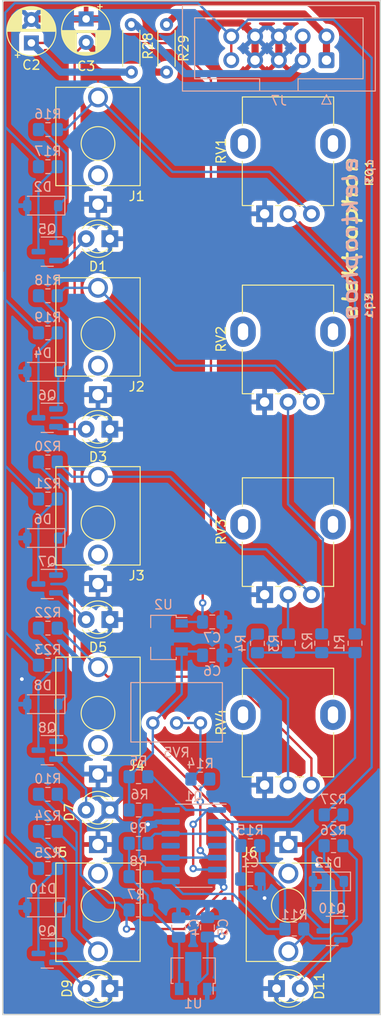
<source format=kicad_pcb>
(kicad_pcb (version 20221018) (generator pcbnew)
  (title_block (title "cp3") (date "1") (comment 1 "PCB for panel") (comment 2 "Moog like discrete mixer") (comment 4 "License CC BY 4.0 - Attribution 4.0 International"))
  (layers (0 "F.Cu" signal) (31 "B.Cu" signal) (34 "B.Paste" user) (35 "F.Paste" user) (36 "B.SilkS" user "B.Silkscreen") (37 "F.SilkS" user "F.Silkscreen") (38 "B.Mask" user) (39 "F.Mask" user) (44 "Edge.Cuts" user))
  (net 0 "")
  (net 1 "Net-(Q1A-B)")
  (net 2 "GND")
  (net 3 "+15V")
  (net 4 "-15V")
  (net 5 "-6V")
  (net 6 "+12V")
  (net 7 "Net-(D1-A)")
  (net 8 "Net-(D2-K)")
  (net 9 "Net-(D3-A)")
  (net 10 "Net-(D4-K)")
  (net 11 "Net-(D5-A)")
  (net 12 "Net-(D6-K)")
  (net 13 "Net-(D7-A)")
  (net 14 "Net-(D8-K)")
  (net 15 "Net-(D9-A)")
  (net 16 "Net-(D10-K)")
  (net 17 "Net-(D11-A)")
  (net 18 "Net-(D12-K)")
  (net 19 "/IN_a")
  (net 21 "/IN_b")
  (net 23 "/IN_c")
  (net 25 "/IN_d")
  (net 27 "/OUT_A")
  (net 29 "/OUT_B")
  (net 31 "/VN")
  (net 32 "/VP")
  (net 33 "+5V")
  (net 34 "Net-(Q1A-C)")
  (net 35 "Net-(Q1A-E)")
  (net 37 "Net-(Q1C-C)")
  (net 38 "Net-(Q1C-E)")
  (net 39 "Net-(Q1D-E)")
  (net 40 "Net-(Q1B-C)")
  (net 42 "Net-(Q5-C)")
  (net 43 "Net-(Q6-C)")
  (net 44 "Net-(Q7-C)")
  (net 45 "Net-(Q8-C)")
  (net 46 "Net-(Q9-C)")
  (net 47 "Net-(Q10-C)")
  (net 48 "/IN_1")
  (net 49 "/IN_2")
  (net 50 "/IN_3")
  (net 51 "/IN_4")
  (net 52 "Net-(R14-Pad2)")
  (footprint "LED_THT:LED_D3.0mm" (layer "F.Cu") (at 62.23 116.84 180)
    (fp_text reference "D5")
    (fp_text value "LED (Green)")
  )
  (footprint "Resistor_THT:R_Axial_DIN0204_L3.6mm_D1.6mm_P5.08mm_Horizontal" (layer "F.Cu") (at 64.516 53.34 -90)
    (fp_text reference "R28")
    (fp_text value "10")
  )
  (footprint "Resistor_THT:R_Axial_DIN0204_L3.6mm_D1.6mm_P5.08mm_Horizontal" (layer "F.Cu") (at 68.27 58.42 90)
    (fp_text reference "R29")
    (fp_text value "10")
  )
  (footprint "elektrophon:Potentiometer_Alpha_RD901F-40-00D_Single_Vertical" (layer "F.Cu") (at 81.28 86.12 90)
    (fp_text reference "RV2")
    (fp_text value "50k (A)")
  )
  (footprint "elektrophon:elektrophon logo" (layer "F.Cu") (at 88.9 76.2 90)
    (fp_text reference "REF**" hide)
    (fp_text value "elektrophon logo" hide)
  )
  (footprint "Capacitor_THT:CP_Radial_D5.0mm_P2.50mm" (layer "F.Cu") (at 59.69 52.745 -90)
    (fp_text reference "C3")
    (fp_text value "10u")
  )
  (footprint "Capacitor_THT:CP_Radial_D5.0mm_P2.50mm" (layer "F.Cu") (at 53.848 55.307113 90)
    (fp_text reference "C2")
    (fp_text value "10u")
  )
  (footprint "elektrophon:Jack_3.5mm_WQP-PJ398SM_Vertical" (layer "F.Cu") (at 60.96 106.52 180)
    (fp_text reference "J3")
    (fp_text value "PJ398SM")
  )
  (footprint "elektrophon:Jack_3.5mm_WQP-PJ398SM_Vertical" (layer "F.Cu") (at 60.96 86.36 180)
    (fp_text reference "J2")
    (fp_text value "PJ398SM")
  )
  (footprint "elektrophon:Jack_3.5mm_WQP-PJ398SM_Vertical" (layer "F.Cu") (at 60.96 147.32)
    (fp_text reference "J5")
    (fp_text value "PJ398SM")
  )
  (footprint "LED_THT:LED_D3.0mm" (layer "F.Cu") (at 62.23 156.21 180)
    (fp_text reference "D9")
    (fp_text value "LED (Red)")
  )
  (footprint "LED_THT:LED_D3.0mm" (layer "F.Cu") (at 62.23 76.2 180)
    (fp_text reference "D1")
    (fp_text value "LED (Green)")
  )
  (footprint "elektrophon:Jack_3.5mm_WQP-PJ398SM_Vertical" (layer "F.Cu") (at 60.96 66.04 180)
    (fp_text reference "J1")
    (fp_text value "PJ398SM")
  )
  (footprint "LED_THT:LED_D3.0mm" (layer "F.Cu") (at 80.01 156.21)
    (fp_text reference "D11")
    (fp_text value "LED (Red)")
  )
  (footprint "elektrophon:Potentiometer_Alpha_RD901F-40-00D_Single_Vertical" (layer "F.Cu") (at 81.28 66.04 90)
    (fp_text reference "RV1")
    (fp_text value "50k (A)")
  )
  (footprint "elektrophon:Potentiometer_Alpha_RD901F-40-00D_Single_Vertical" (layer "F.Cu") (at 81.28 106.68 90)
    (fp_text reference "RV3")
    (fp_text value "50k (A)")
  )
  (footprint "elektrophon:Potentiometer_Alpha_RD901F-40-00D_Single_Vertical" (layer "F.Cu") (at 81.28 127 90)
    (fp_text reference "RV4")
    (fp_text value "50k (A)")
  )
  (footprint "LED_THT:LED_D3.0mm" (layer "F.Cu") (at 62.23 137.16 180)
    (fp_text reference "D7")
    (fp_text value "LED (Green)")
  )
  (footprint "elektrophon:Jack_3.5mm_WQP-PJ398SM_Vertical" (layer "F.Cu") (at 60.96 126.84 180)
    (fp_text reference "J4")
    (fp_text value "PJ398SM")
  )
  (footprint "LED_THT:LED_D3.0mm" (layer "F.Cu") (at 62.23 96.52 180)
    (fp_text reference "D3")
    (fp_text value "LED (Green)")
  )
  (footprint "elektrophon:Jack_3.5mm_WQP-PJ398SM_Vertical" (layer "F.Cu") (at 81.28 147.32)
    (fp_text reference "J6")
    (fp_text value "PJ398SM")
  )
  (footprint "Potentiometer_THT:Potentiometer_Bourns_3299W_Vertical" (layer "B.Cu") (at 71.892 127.871)
    (fp_text reference "RV5")
    (fp_text value "100")
  )
  (footprint "Resistor_SMD:R_0805_2012Metric_Pad1.20x1.40mm_HandSolder" (layer "B.Cu") (at 86.106 137.672 180)
    (fp_text reference "R27")
    (fp_text value "5.1k")
  )
  (footprint "Resistor_SMD:R_0805_2012Metric_Pad1.20x1.40mm_HandSolder" (layer "B.Cu") (at 55.61 103.97635 180)
    (fp_text reference "R21")
    (fp_text value "5.1k")
  )
  (footprint "Package_TO_SOT_SMD:SOT-23" (layer "B.Cu") (at 55.54 113.04265 180)
    (fp_text reference "Q7")
    (fp_text value "MMBT3904")
  )
  (footprint "Capacitor_SMD:C_0805_2012Metric_Pad1.18x1.45mm_HandSolder" (layer "B.Cu") (at 77.216 144.526)
    (fp_text reference "C1")
    (fp_text value "3.3n")
  )
  (footprint "Resistor_SMD:R_0805_2012Metric_Pad1.20x1.40mm_HandSolder" (layer "B.Cu") (at 55.61 68.51115 180)
    (fp_text reference "R17")
    (fp_text value "5.1k")
  )
  (footprint "Diode_SMD:D_SOD-123" (layer "B.Cu") (at 85.55 144.78 180)
    (fp_text reference "D12")
    (fp_text value "1N4148W")
  )
  (footprint "Package_TO_SOT_SMD:SOT-23" (layer "B.Cu") (at 85.955 150.06 180)
    (fp_text reference "Q10")
    (fp_text value "MMBT3904")
  )
  (footprint "Package_TO_SOT_SMD:SOT-23" (layer "B.Cu") (at 55.54 77.57745 180)
    (fp_text reference "Q5")
    (fp_text value "MMBT3904")
  )
  (footprint "Resistor_SMD:R_0805_2012Metric_Pad1.20x1.40mm_HandSolder" (layer "B.Cu") (at 65.278 144.272 180)
    (fp_text reference "R8")
    (fp_text value "560")
  )
  (footprint "Resistor_SMD:R_0805_2012Metric_Pad1.20x1.40mm_HandSolder" (layer "B.Cu") (at 65.278 147.828)
    (fp_text reference "R7")
    (fp_text value "560")
  )
  (footprint "Resistor_SMD:R_0805_2012Metric_Pad1.20x1.40mm_HandSolder" (layer "B.Cu") (at 55.61 86.24375 180)
    (fp_text reference "R19")
    (fp_text value "5.1k")
  )
  (footprint "Resistor_SMD:R_0805_2012Metric_Pad1.20x1.40mm_HandSolder" (layer "B.Cu") (at 55.61 135.4834 180)
    (fp_text reference "R10")
    (fp_text value "100")
  )
  (footprint "Diode_SMD:D_SOD-123" (layer "B.Cu") (at 55.065 72.6693 180)
    (fp_text reference "D2")
    (fp_text value "1N4148W")
  )
  (footprint "Capacitor_SMD:C_0805_2012Metric_Pad1.18x1.45mm_HandSolder" (layer "B.Cu") (at 72.644 149.678 90)
    (fp_text reference "C5")
    (fp_text value "1.0u")
  )
  (footprint "Resistor_SMD:R_0805_2012Metric_Pad1.20x1.40mm_HandSolder" (layer "B.Cu") (at 55.61 82.2856 180)
    (fp_text reference "R18")
    (fp_text value "100k")
  )
  (footprint "Resistor_SMD:R_0805_2012Metric_Pad1.20x1.40mm_HandSolder" (layer "B.Cu") (at 55.61 64.553 180)
    (fp_text reference "R16")
    (fp_text value "100k")
  )
  (footprint "Resistor_SMD:R_0805_2012Metric_Pad1.20x1.40mm_HandSolder" (layer "B.Cu") (at 55.61 139.44155 180)
    (fp_text reference "R24")
    (fp_text value "100k")
  )
  (footprint "Package_SO:SOIC-14_3.9x8.7mm_P1.27mm" (layer "B.Cu") (at 71.185 140.97 180)
    (fp_text reference "Q1")
    (fp_text value "THAT340")
  )
  (footprint "Package_TO_SOT_SMD:SOT-23" (layer "B.Cu") (at 55.54 95.31005 180)
    (fp_text reference "Q6")
    (fp_text value "MMBT3904")
  )
  (footprint "Connector_IDC:IDC-Header_2x05_P2.54mm_Vertical" (layer "B.Cu") (at 85.344 57.15 90)
    (fp_text reference "J7")
    (fp_text value "IDC_Header")
  )
  (footprint "Resistor_SMD:R_0805_2012Metric_Pad1.20x1.40mm_HandSolder" (layer "B.Cu") (at 86.095 140.97 180)
    (fp_text reference "R26")
    (fp_text value "100k")
  )
  (footprint "Resistor_SMD:R_0805_2012Metric_Pad1.20x1.40mm_HandSolder" (layer "B.Cu") (at 88.392 119.364 -90)
    (fp_text reference "R1")
    (fp_text value "22k")
  )
  (footprint "Package_TO_SOT_SMD:SOT-23" (layer "B.Cu") (at 55.54 152.466 180)
    (fp_text reference "Q9")
    (fp_text value "MMBT3904")
  )
  (footprint "Resistor_SMD:R_0805_2012Metric_Pad1.20x1.40mm_HandSolder" (layer "B.Cu") (at 77.216 140.97 180)
    (fp_text reference "R15")
    (fp_text value "47k")
  )
  (footprint "Resistor_SMD:R_0805_2012Metric_Pad1.20x1.40mm_HandSolder" (layer "B.Cu") (at 65.278 140.716 180)
    (fp_text reference "R9")
    (fp_text value "6.8k")
  )
  (footprint "Resistor_SMD:R_0805_2012Metric_Pad1.20x1.40mm_HandSolder" (layer "B.Cu") (at 84.836 119.364 90)
    (fp_text reference "R2")
    (fp_text value "22k")
  )
  (footprint "Package_TO_SOT_SMD:SOT-23" (layer "B.Cu") (at 55.54 130.77525 180)
    (fp_text reference "Q8")
    (fp_text value "MMBT3904")
  )
  (footprint "Capacitor_SMD:C_0805_2012Metric_Pad1.18x1.45mm_HandSolder" (layer "B.Cu") (at 73.152 120.65)
    (fp_text reference "C6")
    (fp_text value "0.33u")
  )
  (footprint "Resistor_SMD:R_0805_2012Metric_Pad1.20x1.40mm_HandSolder" (layer "B.Cu") (at 65.278 133.604 180)
    (fp_text reference "R5")
    (fp_text value "15k")
  )
  (footprint "Resistor_SMD:R_0805_2012Metric_Pad1.20x1.40mm_HandSolder" (layer "B.Cu") (at 55.61 117.7508 180)
    (fp_text reference "R22")
    (fp_text value "100k")
  )
  (footprint "Resistor_SMD:R_0805_2012Metric_Pad1.20x1.40mm_HandSolder" (layer "B.Cu") (at 81.915 149.86)
    (fp_text reference "R11")
    (fp_text value "100")
  )
  (footprint "Resistor_SMD:R_0805_2012Metric_Pad1.20x1.40mm_HandSolder" (layer "B.Cu") (at 55.61 100.0182 180)
    (fp_text reference "R20")
    (fp_text value "100k")
  )
  (footprint "Resistor_SMD:R_0805_2012Metric_Pad1.20x1.40mm_HandSolder" (layer "B.Cu") (at 77.978 119.38 90)
    (fp_text reference "R4")
    (fp_text value "22k")
  )
  (footprint "Package_TO_SOT_SMD:SOT-89-3" (layer "B.Cu") (at 67.945 118.745 180)
    (fp_text reference "U2")
    (fp_text value "uA7812")
  )
  (footprint "Package_TO_SOT_SMD:SOT-89-3" (layer "B.Cu") (at 71.12 154.305 90)
    (fp_text reference "U1")
    (fp_text value "NJM79L06")
  )
  (footprint "Resistor_SMD:R_0805_2012Metric_Pad1.20x1.40mm_HandSolder" (layer "B.Cu") (at 55.61 143.3997 180)
    (fp_text reference "R25")
    (fp_text value "5.1k")
  )
  (footprint "Capacitor_SMD:C_0805_2012Metric_Pad1.18x1.45mm_HandSolder" (layer "B.Cu") (at 73.152 117.094)
    (fp_text reference "C7")
    (fp_text value "0.01")
  )
  (footprint "Resistor_SMD:R_0805_2012Metric_Pad1.20x1.40mm_HandSolder" (layer "B.Cu") (at 65.278 137.16)
    (fp_text reference "R6")
    (fp_text value "15k")
  )
  (footprint "Diode_SMD:D_SOD-123" (layer "B.Cu") (at 55.065 90.4019 180)
    (fp_text reference "D4")
    (fp_text value "1N4148W")
  )
  (footprint "Resistor_SMD:R_0805_2012Metric_Pad1.20x1.40mm_HandSolder" (layer "B.Cu") (at 55.61 121.70895 180)
    (fp_text reference "R23")
    (fp_text value "5.1k")
  )
  (footprint "Resistor_SMD:R_0805_2012Metric_Pad1.20x1.40mm_HandSolder" (layer "B.Cu") (at 81.28 119.364 90)
    (fp_text reference "R3")
    (fp_text value "22k")
  )
  (footprint "Resistor_SMD:R_0805_2012Metric_Pad1.20x1.40mm_HandSolder" (layer "B.Cu") (at 71.882 133.858 180)
    (fp_text reference "R14")
    (fp_text value "200")
  )
  (footprint "Diode_SMD:D_SOD-123" (layer "B.Cu") (at 55.065 147.55785 180)
    (fp_text reference "D10")
    (fp_text value "1N4148W")
  )
  (footprint "Diode_SMD:D_SOD-123" (layer "B.Cu") (at 55.065 108.1345 180)
    (fp_text reference "D6")
    (fp_text value "1N4148W")
  )
  (footprint "Capacitor_SMD:C_0805_2012Metric_Pad1.18x1.45mm_HandSolder" (layer "B.Cu") (at 69.562 149.6995 90)
    (fp_text reference "C4")
    (fp_text value "0.33u")
  )
  (footprint "Diode_SMD:D_SOD-123" (layer "B.Cu") (at 55.065 125.8671 180)
    (fp_text reference "D8")
    (fp_text value "1N4148W")
  )
  (gr_line (start 50.8 50.8) (end 50.8 158.98) (stroke (width 0.15)) (layer "Edge.Cuts"))
  (gr_line (start 91.1 158.98) (end 50.8 158.98) (stroke (width 0.15)) (layer "Edge.Cuts"))
  (gr_line (start 50.8 50.8) (end 91.1 50.8) (stroke (width 0.15)) (layer "Edge.Cuts"))
  (gr_line (start 91.1 50.8) (end 91.1 158.98) (stroke (width 0.15)) (layer "Edge.Cuts"))
  (segment (start 81.542412 138.43) (end 73.66 138.43) (width 0.25) (layer "B.Cu") (net 1))
  (segment (start 76.216 140.609249) (end 74.036751 138.43) (width 0.25) (layer "B.Cu") (net 1))
  (segment (start 76.1785 144.526) (end 76.1785 141.0075) (width 0.25) (layer "B.Cu") (net 1))
  (segment (start 88.392 120.364) (end 77.994 120.364) (width 0.25) (layer "B.Cu") (net 1))
  (segment (start 88.392 131.580412) (end 81.542412 138.43) (width 0.25) (layer "B.Cu") (net 1))
  (segment (start 76.1785 141.0075) (end 76.216 140.97) (width 0.25) (layer "B.Cu") (net 1))
  (segment (start 88.392 120.364) (end 88.392 131.580412) (width 0.25) (layer "B.Cu") (net 1))
  (segment (start 74.036751 138.43) (end 73.66 138.43) (width 0.25) (layer "B.Cu") (net 1))
  (segment (start 76.216 140.97) (end 76.216 140.609249) (width 0.25) (layer "B.Cu") (net 1))
  (segment (start 77.994 120.364) (end 77.978 120.38) (width 0.25) (layer "B.Cu") (net 1))
  (segment (start 61.252 52.745) (end 59.69 52.745) (width 0.762) (layer "F.Cu") (net 2))
  (segment (start 77.724 54.61) (end 76.293 53.179) (width 0.762) (layer "F.Cu") (net 2))
  (segment (start 59.69 52.745) (end 53.910113 52.745) (width 0.762) (layer "F.Cu") (net 2))
  (segment (start 63.128 54.621) (end 61.252 52.745) (width 0.762) (layer "F.Cu") (net 2))
  (segment (start 68.823 54.621) (end 63.128 54.621) (width 0.762) (layer "F.Cu") (net 2))
  (segment (start 80.264 54.61) (end 80.264 57.15) (width 0.762) (layer "F.Cu") (net 2))
  (segment (start 70.265 53.179) (end 68.823 54.621) (width 0.762) (layer "F.Cu") (net 2))
  (segment (start 53.910113 52.745) (end 53.848 52.807113) (width 0.762) (layer "F.Cu") (net 2))
  (segment (start 76.293 53.179) (end 70.265 53.179) (width 0.762) (layer "F.Cu") (net 2))
  (segment (start 77.724 54.61) (end 77.724 57.15) (width 0.762) (layer "F.Cu") (net 2))
  (via (at 84.328 143.002) (size 0.8) (drill 0.4) (layers "F.Cu" "B.Cu") (net 2))
  (via (at 66.294 138.684) (size 0.8) (drill 0.4) (layers "F.Cu" "B.Cu") (net 2))
  (via (at 52.832 123.19) (size 0.8) (drill 0.4) (layers "F.Cu" "B.Cu") (net 2))
  (via (at 78.74 146.558) (size 0.8) (drill 0.4) (layers "F.Cu" "B.Cu") (net 2))
  (segment (start 83.9 144.78) (end 83.9 143.43) (width 0.25) (layer "B.Cu") (net 2))
  (segment (start 69.562 148.662) (end 69.696 148.662) (width 0.25) (layer "B.Cu") (net 2))
  (segment (start 68.71 138.43) (end 66.548 138.43) (width 0.25) (layer "B.Cu") (net 2))
  (segment (start 78.74 146.558) (end 78.74 145.0125) (width 0.25) (layer "B.Cu") (net 2))
  (segment (start 66.548 138.43) (end 66.294 138.684) (width 0.25) (layer "B.Cu") (net 2))
  (segment (start 78.74 145.0125) (end 78.2535 144.526) (width 0.25) (layer "B.Cu") (net 2))
  (segment (start 83.9 143.43) (end 84.328 143.002) (width 0.25) (layer "B.Cu") (net 2))
  (segment (start 60.216 54.12) (end 58.529 54.12) (width 0.25) (layer "F.Cu") (net 3))
  (segment (start 72.136 113.909) (end 73.015 113.03) (width 0.25) (layer "F.Cu") (net 3))
  (segment (start 57.341887 55.307113) (end 53.848 55.307113) (width 0.25) (layer "F.Cu") (net 3))
  (segment (start 61.423 55.327) (end 60.216 54.12) (width 0.25) (layer "F.Cu") (net 3))
  (segment (start 72.136 115.062) (end 72.136 113.909) (width 0.25) (layer "F.Cu") (net 3))
  (segment (start 69.115434 55.327) (end 61.423 55.327) (width 0.25) (layer "F.Cu") (net 3))
  (segment (start 58.529 54.12) (end 57.341887 55.307113) (width 0.25) (layer "F.Cu") (net 3))
  (segment (start 73.015 59.226566) (end 69.115434 55.327) (width 0.25) (layer "F.Cu") (net 3))
  (segment (start 73.015 113.03) (end 73.015 59.226566) (width 0.25) (layer "F.Cu") (net 3))
  (via (at 72.136 115.062) (size 0.8) (drill 0.4) (layers "F.Cu" "B.Cu") (net 3))
  (segment (start 72.1145 117.094) (end 70.046 117.094) (width 0.25) (layer "B.Cu") (net 3))
  (segment (start 70.046 117.094) (end 69.895 117.245) (width 0.25) (layer "B.Cu") (net 3))
  (segment (start 72.1145 117.094) (end 72.1145 115.0835) (width 0.25) (layer "B.Cu") (net 3))
  (segment (start 72.1145 115.0835) (end 72.136 115.062) (width 0.25) (layer "B.Cu") (net 3))
  (segment (start 56.960887 58.42) (end 53.848 55.307113) (width 0.762) (layer "B.Cu") (net 3))
  (segment (start 64.516 58.42) (end 56.960887 58.42) (width 0.762) (layer "B.Cu") (net 3))
  (segment (start 61.584 57.139) (end 59.69 55.245) (width 0.762) (layer "F.Cu") (net 4))
  (segment (start 75.311 138.675402) (end 75.311 149.479) (width 0.25) (layer "F.Cu") (net 4))
  (segment (start 58.465 56.47) (end 58.465 121.829402) (width 0.25) (layer "F.Cu") (net 4))
  (segment (start 67.067 58.42) (end 65.786 57.139) (width 0.762) (layer "F.Cu") (net 4))
  (segment (start 68.27 58.42) (end 67.067 58.42) (width 0.762) (layer "F.Cu") (net 4))
  (segment (start 75.311 149.479) (end 74.168 150.622) (width 0.25) (layer "F.Cu") (net 4))
  (segment (start 65.786 57.139) (end 61.584 57.139) (width 0.762) (layer "F.Cu") (net 4))
  (segment (start 59.69 55.245) (end 58.465 56.47) (width 0.25) (layer "F.Cu") (net 4))
  (segment (start 58.465 121.829402) (end 75.311 138.675402) (width 0.25) (layer "F.Cu") (net 4))
  (via (at 74.168 150.622) (size 0.8) (drill 0.4) (layers "F.Cu" "B.Cu") (net 4))
  (segment (start 72.644 154.6435) (end 71.12 156.1675) (width 0.25) (layer "B.Cu") (net 4))
  (segment (start 72.7375 150.622) (end 74.168 150.622) (width 0.25) (layer "B.Cu") (net 4))
  (segment (start 72.644 150.7155) (end 72.7375 150.622) (width 0.25) (layer "B.Cu") (net 4))
  (segment (start 72.644 150.7155) (end 72.644 154.6435) (width 0.25) (layer "B.Cu") (net 4))
  (segment (start 64.278 140.716) (end 64.278 144.272) (width 0.25) (layer "B.Cu") (net 5))
  (segment (start 66.653 147.828) (end 69.562 150.737) (width 0.25) (layer "B.Cu") (net 5))
  (segment (start 64.278 144.272) (end 66.278 146.272) (width 0.25) (layer "B.Cu") (net 5))
  (segment (start 66.278 147.828) (end 66.653 147.828) (width 0.25) (layer "B.Cu") (net 5))
  (segment (start 69.62 150.795) (end 69.562 150.737) (width 0.25) (layer "B.Cu") (net 5))
  (segment (start 69.62 156.255) (end 69.62 150.795) (width 0.25) (layer "B.Cu") (net 5))
  (segment (start 66.278 146.272) (end 66.278 147.828) (width 0.25) (layer "B.Cu") (net 5))
  (segment (start 69.895 124.788) (end 69.895 120.245) (width 0.25) (layer "B.Cu") (net 6))
  (segment (start 66.812 131.07) (end 64.278 133.604) (width 0.25) (layer "B.Cu") (net 6))
  (segment (start 69.895 120.245) (end 71.7095 120.245) (width 0.25) (layer "B.Cu") (net 6))
  (segment (start 64.278 133.604) (end 64.278 137.16) (width 0.25) (layer "B.Cu") (net 6))
  (segment (start 66.812 127.871) (end 66.812 131.07) (width 0.25) (layer "B.Cu") (net 6))
  (segment (start 71.7095 120.245) (end 72.1145 120.65) (width 0.25) (layer "B.Cu") (net 6))
  (segment (start 66.812 127.871) (end 69.895 124.788) (width 0.25) (layer "B.Cu") (net 6))
  (segment (start 56.4775 78.52745) (end 57.36255 78.52745) (width 0.25) (layer "B.Cu") (net 7))
  (segment (start 57.36255 78.52745) (end 59.69 76.2) (width 0.25) (layer "B.Cu") (net 7))
  (segment (start 54.61 64.553) (end 54.996827 64.553) (width 0.25) (layer "B.Cu") (net 8))
  (segment (start 57.535 67.091173) (end 57.535 67.818) (width 0.25) (layer "B.Cu") (net 8))
  (segment (start 54.996827 64.553) (end 57.535 67.091173) (width 0.25) (layer "B.Cu") (net 8))
  (segment (start 57.535 69.596) (end 57.535 70.16) (width 0.25) (layer "B.Cu") (net 8))
  (segment (start 57.535 67.818) (end 57.535 71.8493) (width 0.25) (layer "B.Cu") (net 8))
  (segment (start 56.4775 76.62745) (end 56.4775 72.9068) (width 0.25) (layer "B.Cu") (net 8))
  (segment (start 57.535 67.818) (end 57.535 69.596) (width 0.25) (layer "B.Cu") (net 8))
  (segment (start 57.535 71.8493) (end 56.715 72.6693) (width 0.25) (layer "B.Cu") (net 8))
  (segment (start 56.4775 72.9068) (end 56.715 72.6693) (width 0.25) (layer "B.Cu") (net 8))
  (segment (start 56.73745 96.52) (end 59.69 96.52) (width 0.25) (layer "B.Cu") (net 9))
  (segment (start 56.4775 96.26005) (end 56.73745 96.52) (width 0.25) (layer "B.Cu") (net 9))
  (segment (start 54.61 82.2856) (end 57.535 85.2106) (width 0.25) (layer "B.Cu") (net 10))
  (segment (start 56.4775 94.36005) (end 56.715 94.12255) (width 0.25) (layer "B.Cu") (net 10))
  (segment (start 57.535 85.2106) (end 57.535 89.5819) (width 0.25) (layer "B.Cu") (net 10))
  (segment (start 57.535 89.5819) (end 56.715 90.4019) (width 0.25) (layer "B.Cu") (net 10))
  (segment (start 56.715 94.12255) (end 56.715 90.4019) (width 0.25) (layer "B.Cu") (net 10))
  (segment (start 56.84265 113.99265) (end 59.69 116.84) (width 0.25) (layer "B.Cu") (net 11))
  (segment (start 56.4775 113.99265) (end 56.84265 113.99265) (width 0.25) (layer "B.Cu") (net 11))
  (segment (start 56.4775 108.372) (end 56.715 108.1345) (width 0.25) (layer "B.Cu") (net 12))
  (segment (start 56.4775 112.09265) (end 56.4775 108.372) (width 0.25) (layer "B.Cu") (net 12))
  (segment (start 54.61 100.0182) (end 54.61 100.33) (width 0.25) (layer "B.Cu") (net 12))
  (segment (start 57.535 103.255) (end 57.535 107.3145) (width 0.25) (layer "B.Cu") (net 12))
  (segment (start 54.61 100.33) (end 57.535 103.255) (width 0.25) (layer "B.Cu") (net 12))
  (segment (start 57.535 107.3145) (end 56.715 108.1345) (width 0.25) (layer "B.Cu") (net 12))
  (segment (start 59.69 134.93775) (end 59.69 137.16) (width 0.25) (layer "B.Cu") (net 13))
  (segment (start 56.4775 131.72525) (end 59.69 134.93775) (width 0.25) (layer "B.Cu") (net 13))
  (segment (start 54.61 118.095777) (end 57.535 121.020777) (width 0.25) (layer "B.Cu") (net 14))
  (segment (start 54.61 117.7508) (end 54.61 118.095777) (width 0.25) (layer "B.Cu") (net 14))
  (segment (start 57.535 125.0471) (end 56.715 125.8671) (width 0.25) (layer "B.Cu") (net 14))
  (segment (start 57.535 121.020777) (end 57.535 125.0471) (width 0.25) (layer "B.Cu") (net 14))
  (segment (start 56.4775 129.82525) (end 56.715 129.58775) (width 0.25) (layer "B.Cu") (net 14))
  (segment (start 56.715 129.58775) (end 56.715 125.8671) (width 0.25) (layer "B.Cu") (net 14))
  (segment (start 56.896 153.416) (end 59.69 156.21) (width 0.25) (layer "B.Cu") (net 15))
  (segment (start 56.4775 153.416) (end 56.896 153.416) (width 0.25) (layer "B.Cu") (net 15))
  (segment (start 54.61 139.44155) (end 54.61 139.7) (width 0.25) (layer "B.Cu") (net 16))
  (segment (start 56.4775 147.79535) (end 56.4775 151.516) (width 0.25) (layer "B.Cu") (net 16))
  (segment (start 57.535 142.625) (end 57.535 146.73785) (width 0.25) (layer "B.Cu") (net 16))
  (segment (start 54.61 139.7) (end 57.535 142.625) (width 0.25) (layer "B.Cu") (net 16))
  (segment (start 56.715 147.55785) (end 56.4775 147.79535) (width 0.25) (layer "B.Cu") (net 16))
  (segment (start 57.535 146.73785) (end 56.715 147.55785) (width 0.25) (layer "B.Cu") (net 16))
  (segment (start 82.55 155.3525) (end 86.8925 151.01) (width 0.25) (layer "B.Cu") (net 17))
  (segment (start 82.55 156.21) (end 82.55 155.3525) (width 0.25) (layer "B.Cu") (net 17))
  (segment (start 87.2 148.8025) (end 87.2 144.78) (width 0.25) (layer "B.Cu") (net 18))
  (segment (start 86.8925 149.11) (end 87.2 148.8025) (width 0.25) (layer "B.Cu") (net 18))
  (segment (start 85.095 142.675) (end 87.2 144.78) (width 0.25) (layer "B.Cu") (net 18))
  (segment (start 85.095 140.97) (end 85.095 142.675) (width 0.25) (layer "B.Cu") (net 18))
  (segment (start 57.527 64.553) (end 56.61 64.553) (width 0.25) (layer "B.Cu") (net 19))
  (segment (start 68.9071 69.0671) (end 60.96 61.12) (width 0.25) (layer "B.Cu") (net 19))
  (segment (start 60.96 61.12) (end 57.527 64.553) (width 0.25) (layer "B.Cu") (net 19))
  (segment (start 83.74 73.54) (end 79.2671 69.0671) (width 0.25) (layer "B.Cu") (net 19))
  (segment (start 79.2671 69.0671) (end 68.9071 69.0671) (width 0.25) (layer "B.Cu") (net 19))
  (segment (start 56.61 82.2856) (end 57.4556 81.44) (width 0.25) (layer "B.Cu") (net 21))
  (segment (start 69.268 89.748) (end 79.868 89.748) (width 0.25) (layer "B.Cu") (net 21))
  (segment (start 60.96 81.44) (end 69.268 89.748) (width 0.25) (layer "B.Cu") (net 21))
  (segment (start 57.4556 81.44) (end 60.96 81.44) (width 0.25) (layer "B.Cu") (net 21))
  (segment (start 79.868 89.748) (end 83.74 93.62) (width 0.25) (layer "B.Cu") (net 21))
  (segment (start 58.1918 101.6) (end 56.61 100.0182) (width 0.25) (layer "B.Cu") (net 23))
  (segment (start 68.66 101.6) (end 76.3925 109.3325) (width 0.25) (layer "B.Cu") (net 23))
  (segment (start 78.8925 109.3325) (end 83.74 114.18) (width 0.25) (layer "B.Cu") (net 23))
  (segment (start 60.96 101.6) (end 58.1918 101.6) (width 0.25) (layer "B.Cu") (net 23))
  (segment (start 60.96 101.6) (end 68.66 101.6) (width 0.25) (layer "B.Cu") (net 23))
  (segment (start 76.3925 109.3325) (end 78.8925 109.3325) (width 0.25) (layer "B.Cu") (net 23))
  (segment (start 61.976 122.936) (end 60.96 121.92) (width 0.25) (layer "F.Cu") (net 25))
  (segment (start 83.74 131.65705) (end 75.01895 122.936) (width 0.25) (layer "F.Cu") (net 25))
  (segment (start 83.74 134.5) (end 83.74 131.65705) (width 0.25) (layer "F.Cu") (net 25))
  (segment (start 75.01895 122.936) (end 61.976 122.936) (width 0.25) (layer "F.Cu") (net 25))
  (segment (start 60.96 121.92) (end 56.7908 117.7508) (width 0.25) (layer "B.Cu") (net 25))
  (segment (start 56.7908 117.7508) (end 56.61 117.7508) (width 0.25) (layer "B.Cu") (net 25))
  (segment (start 60.96 152.24) (end 58.674 149.954) (width 0.25) (layer "B.Cu") (net 27))
  (segment (start 56.61 139.44155) (end 58.674 141.50555) (width 0.25) (layer "B.Cu") (net 27))
  (segment (start 58.674 149.954) (end 58.674 141.50555) (width 0.25) (layer "B.Cu") (net 27))
  (segment (start 58.674 141.986) (end 58.674 139.5474) (width 0.25) (layer "B.Cu") (net 27))
  (segment (start 58.674 139.5474) (end 54.61 135.4834) (width 0.25) (layer "B.Cu") (net 27))
  (segment (start 58.674 141.986) (end 58.674 141.50555) (width 0.25) (layer "B.Cu") (net 27))
  (segment (start 82.915 150.605) (end 82.915 149.86) (width 0.25) (layer "B.Cu") (net 29))
  (segment (start 88.5717 148.840051) (end 87.043751 150.368) (width 0.25) (layer "B.Cu") (net 29))
  (segment (start 81.28 152.24) (end 82.915 150.605) (width 0.25) (layer "B.Cu") (net 29))
  (segment (start 88.5717 142.4467) (end 88.5717 148.840051) (width 0.25) (layer "B.Cu") (net 29))
  (segment (start 86.118751 150.368) (end 85.610751 150.876) (width 0.25) (layer "B.Cu") (net 29))
  (segment (start 85.610751 150.876) (end 83.931 150.876) (width 0.25) (layer "B.Cu") (net 29))
  (segment (start 87.095 140.97) (end 88.5717 142.4467) (width 0.25) (layer "B.Cu") (net 29))
  (segment (start 87.043751 150.368) (end 86.118751 150.368) (width 0.25) (layer "B.Cu") (net 29))
  (segment (start 83.931 150.876) (end 82.915 149.86) (width 0.25) (layer "B.Cu") (net 29))
  (segment (start 85.344 54.61) (end 85.344 57.15) (width 0.762) (layer "F.Cu") (net 31))
  (segment (start 69.392501 52.217499) (end 68.27 53.34) (width 0.762) (layer "F.Cu") (net 31))
  (segment (start 82.951499 52.217499) (end 69.392501 52.217499) (width 0.762) (layer "F.Cu") (net 31))
  (segment (start 85.344 54.61) (end 82.951499 52.217499) (width 0.762) (layer "F.Cu") (net 31))
  (segment (start 82.804 54.61) (end 82.804 57.15) (width 0.762) (layer "F.Cu") (net 32))
  (segment (start 82.804 57.15) (end 81.373 58.581) (width 0.762) (layer "B.Cu") (net 32))
  (segment (start 65.001608 53.34) (end 64.516 53.34) (width 0.762) (layer "B.Cu") (net 32))
  (segment (start 81.373 58.581) (end 70.242608 58.581) (width 0.762) (layer "B.Cu") (net 32))
  (segment (start 70.242608 58.581) (end 65.001608 53.34) (width 0.762) (layer "B.Cu") (net 32))
  (segment (start 75.184 54.61) (end 75.184 57.15) (width 0.25) (layer "F.Cu") (net 33))
  (segment (start 51.054 64.008) (end 51.054 79.756) (width 0.25) (layer "B.Cu") (net 33))
  (segment (start 76.962 52.832) (end 75.184 54.61) (width 0.25) (layer "B.Cu") (net 33))
  (segment (start 51 79.81) (end 51.054 79.756) (width 0.25) (layer "B.Cu") (net 33))
  (segment (start 51.054 139.8437) (end 51.054 115.57) (width 0.25) (layer "B.Cu") (net 33))
  (segment (start 51.054 61.976) (end 51.054 52.07) (width 0.25) (layer "B.Cu") (net 33))
  (segment (start 51.054 52.07) (end 52.07 51.054) (width 0.25) (layer "B.Cu") (net 33))
  (segment (start 86.106 52.832) (end 76.962 52.832) (width 0.25) (layer "B.Cu") (net 33))
  (segment (start 90.17 56.896) (end 86.106 52.832) (width 0.25) (layer "B.Cu") (net 33))
  (segment (start 51 82.63375) (end 51 79.81) (width 0.25) (layer "B.Cu") (net 33))
  (segment (start 51.054 64.262) (end 54.61 67.818) (width 0.25) (layer "B.Cu") (net 33))
  (segment (start 54.61 103.97635) (end 51.054 100.42035) (width 0.25) (layer "B.Cu") (net 33))
  (segment (start 52.07 51.054) (end 71.628 51.054) (width 0.25) (layer "B.Cu") (net 33))
  (segment (start 51.054 81.788) (end 51.054 97.79) (width 0.25) (layer "B.Cu") (net 33))
  (segment (start 51.054 139.8437) (end 54.61 143.3997) (width 0.25) (layer "B.Cu") (net 33))
  (segment (start 51.054 79.756) (end 51.054 81.788) (width 0.25) (layer "B.Cu") (net 33))
  (segment (start 51.054 61.976) (end 51.054 64.008) (width 0.25) (layer "B.Cu") (net 33))
  (segment (start 51.054 97.79) (end 51.054 115.57) (width 0.25) (layer "B.Cu") (net 33))
  (segment (start 54.61 86.24375) (end 51 82.63375) (width 0.25) (layer "B.Cu") (net 33))
  (segment (start 51.054 61.976) (end 51.054 64.262) (width 0.25) (layer "B.Cu") (net 33))
  (segment (start 51.054 115.57) (end 51.054 118.15295) (width 0.25) (layer "B.Cu") (net 33))
  (segment (start 51.054 118.15295) (end 54.61 121.70895) (width 0.25) (layer "B.Cu") (net 33))
  (segment (start 51.054 100.42035) (end 51.054 97.79) (width 0.25) (layer "B.Cu") (net 33))
  (segment (start 90.17 132.608) (end 90.17 56.896) (width 0.25) (layer "B.Cu") (net 33))
  (segment (start 85.106 137.672) (end 90.17 132.608) (width 0.25) (layer "B.Cu") (net 33))
  (segment (start 71.628 51.054) (end 75.184 54.61) (width 0.25) (layer "B.Cu") (net 33))
  (segment (start 71.12 138.684) (end 71.12 143.4105) (width 0.25) (layer "F.Cu") (net 34))
  (via (at 71.12 143.4105) (size 0.8) (drill 0.4) (layers "F.Cu" "B.Cu") (net 34))
  (via (at 71.12 138.684) (size 0.8) (drill 0.4) (layers "F.Cu" "B.Cu") (net 34))
  (segment (start 66.800751 133.604) (end 66.278 133.604) (width 0.25) (layer "B.Cu") (net 34))
  (segment (start 73.66 143.51) (end 71.2195 143.51) (width 0.25) (layer "B.Cu") (net 34))
  (segment (start 73.66 137.16) (end 72.644 137.16) (width 0.25) (layer "B.Cu") (net 34))
  (segment (start 73.66 137.16) (end 70.356751 137.16) (width 0.25) (layer "B.Cu") (net 34))
  (segment (start 71.2195 143.51) (end 71.12 143.4105) (width 0.25) (layer "B.Cu") (net 34))
  (segment (start 72.644 137.16) (end 71.12 138.684) (width 0.25) (layer "B.Cu") (net 34))
  (segment (start 70.356751 137.16) (end 66.800751 133.604) (width 0.25) (layer "B.Cu") (net 34))
  (segment (start 66.278 140.462) (end 67.04 139.7) (width 0.25) (layer "B.Cu") (net 35))
  (segment (start 67.04 139.7) (end 68.71 139.7) (width 0.25) (layer "B.Cu") (net 35))
  (segment (start 73.66 139.7) (end 68.71 139.7) (width 0.25) (layer "B.Cu") (net 35))
  (segment (start 71.882 141.478) (end 71.882 136.271) (width 0.25) (layer "F.Cu") (net 37))
  (via (at 71.882 136.271) (size 0.8) (drill 0.4) (layers "F.Cu" "B.Cu") (net 37))
  (via (at 71.882 141.478) (size 0.8) (drill 0.4) (layers "F.Cu" "B.Cu") (net 37))
  (segment (start 71.882 141.478) (end 72.644 142.24) (width 0.25) (layer "B.Cu") (net 37))
  (segment (start 68.71 142.24) (end 73.66 142.24) (width 0.25) (layer "B.Cu") (net 37))
  (segment (start 72.644 142.24) (end 73.66 142.24) (width 0.25) (layer "B.Cu") (net 37))
  (segment (start 71.882 134.858) (end 72.882 133.858) (width 0.25) (layer "B.Cu") (net 37))
  (segment (start 71.882 136.271) (end 71.882 134.858) (width 0.25) (layer "B.Cu") (net 37))
  (segment (start 70.136163 149.86) (end 74.383783 145.61238) (width 0.25) (layer "F.Cu") (net 38))
  (segment (start 64.008 149.86) (end 70.136163 149.86) (width 0.25) (layer "F.Cu") (net 38))
  (segment (start 74.383783 145.61238) (end 74.383783 145.389) (width 0.25) (layer "F.Cu") (net 38))
  (via (at 64.008 149.86) (size 0.8) (drill 0.4) (layers "F.Cu" "B.Cu") (net 38))
  (via (at 74.383783 145.389) (size 0.8) (drill 0.4) (layers "F.Cu" "B.Cu") (net 38))
  (segment (start 59.124 144.069758) (end 59.124 138.326412) (width 0.25) (layer "B.Cu") (net 38))
  (segment (start 64.008 148.225) (end 64.151 148.082) (width 0.25) (layer "B.Cu") (net 38))
  (segment (start 56.61 135.812412) (end 56.61 135.4834) (width 0.25) (layer "B.Cu") (net 38))
  (segment (start 73.66 144.78) (end 74.269 145.389) (width 0.25) (layer "B.Cu") (net 38))
  (segment (start 74.269 145.389) (end 74.383783 145.389) (width 0.25) (layer "B.Cu") (net 38))
  (segment (start 64.008 149.86) (end 64.008 148.225) (width 0.25) (layer "B.Cu") (net 38))
  (segment (start 59.124 138.326412) (end 56.61 135.812412) (width 0.25) (layer "B.Cu") (net 38))
  (segment (start 64.151 148.082) (end 63.127 147.058) (width 0.25) (layer "B.Cu") (net 38))
  (segment (start 63.127 147.058) (end 62.112242 147.058) (width 0.25) (layer "B.Cu") (net 38))
  (segment (start 62.112242 147.058) (end 59.124 144.069758) (width 0.25) (layer "B.Cu") (net 38))
  (segment (start 78.216 142.841757) (end 80.915 145.540757) (width 0.25) (layer "B.Cu") (net 39))
  (segment (start 80.915 145.540757) (end 80.915 149.86) (width 0.25) (layer "B.Cu") (net 39))
  (segment (start 68.71 144.78) (end 66.786 144.78) (width 0.25) (layer "B.Cu") (net 39))
  (segment (start 78.216 140.97) (end 78.216 142.841757) (width 0.25) (layer "B.Cu") (net 39))
  (segment (start 70.0435 146.1135) (end 75.3745 146.1135) (width 0.25) (layer "B.Cu") (net 39))
  (segment (start 68.71 144.78) (end 70.0435 146.1135) (width 0.25) (layer "B.Cu") (net 39))
  (segment (start 75.3745 146.1135) (end 79.121 149.86) (width 0.25) (layer "B.Cu") (net 39))
  (segment (start 79.121 149.86) (end 80.915 149.86) (width 0.25) (layer "B.Cu") (net 39))
  (segment (start 66.786 144.78) (end 66.278 144.272) (width 0.25) (layer "B.Cu") (net 39))
  (segment (start 65.353 142.187999) (end 65.913001 142.748) (width 0.25) (layer "B.Cu") (net 40))
  (segment (start 65.353 138.212) (end 65.353 142.187999) (width 0.25) (layer "B.Cu") (net 40))
  (segment (start 68.71 137.16) (end 66.405 137.16) (width 0.25) (layer "B.Cu") (net 40))
  (segment (start 65.913001 142.748) (end 67.571249 142.748) (width 0.25) (layer "B.Cu") (net 40))
  (segment (start 66.405 137.16) (end 65.353 138.212) (width 0.25) (layer "B.Cu") (net 40))
  (segment (start 67.571249 142.748) (end 68.333249 143.51) (width 0.25) (layer "B.Cu") (net 40))
  (segment (start 68.333249 143.51) (end 68.71 143.51) (width 0.25) (layer "B.Cu") (net 40))
  (segment (start 54.6025 70.51865) (end 54.6025 77.57745) (width 0.25) (layer "B.Cu") (net 42))
  (segment (start 56.61 68.51115) (end 54.6025 70.51865) (width 0.25) (layer "B.Cu") (net 42))
  (segment (start 54.6025 95.31005) (end 54.6025 88.25125) (width 0.25) (layer "B.Cu") (net 43))
  (segment (start 54.6025 88.25125) (end 56.61 86.24375) (width 0.25) (layer "B.Cu") (net 43))
  (segment (start 56.61 103.97635) (end 54.6025 105.98385) (width 0.25) (layer "B.Cu") (net 44))
  (segment (start 54.6025 105.98385) (end 54.6025 113.04265) (width 0.25) (layer "B.Cu") (net 44))
  (segment (start 56.61 121.70895) (end 54.6025 123.71645) (width 0.25) (layer "B.Cu") (net 45))
  (segment (start 54.6025 123.71645) (end 54.6025 130.77525) (width 0.25) (layer "B.Cu") (net 45))
  (segment (start 54.6025 152.466) (end 54.6025 145.4072) (width 0.25) (layer "B.Cu") (net 46))
  (segment (start 54.6025 145.4072) (end 56.61 143.3997) (width 0.25) (layer "B.Cu") (net 46))
  (segment (start 83.119501 141.332326) (end 83.119501 148.162001) (width 0.25) (layer "B.Cu") (net 47))
  (segment (start 83.119501 148.162001) (end 85.0175 150.06) (width 0.25) (layer "B.Cu") (net 47))
  (segment (start 86.779827 137.672) (end 83.119501 141.332326) (width 0.25) (layer "B.Cu") (net 47))
  (segment (start 87.106 137.672) (end 86.779827 137.672) (width 0.25) (layer "B.Cu") (net 47))
  (segment (start 81.24 73.54) (end 88.392 80.692) (width 0.25) (layer "B.Cu") (net 48))
  (segment (start 88.392 80.692) (end 88.392 118.364) (width 0.25) (layer "B.Cu") (net 48))
  (segment (start 84.965 108.24795) (end 81.24 104.52295) (width 0.25) (layer "B.Cu") (net 49))
  (segment (start 84.965 118.235) (end 84.965 108.24795) (width 0.25) (layer "B.Cu") (net 49))
  (segment (start 84.836 118.364) (end 84.965 118.235) (width 0.25) (layer "B.Cu") (net 49))
  (segment (start 81.24 104.52295) (end 81.24 93.62) (width 0.25) (layer "B.Cu") (net 49))
  (segment (start 81.28 118.364) (end 81.24 118.324) (width 0.25) (layer "B.Cu") (net 50))
  (segment (start 81.24 118.324) (end 81.24 114.18) (width 0.25) (layer "B.Cu") (net 50))
  (segment (start 77.978 118.38) (end 76.953 119.405) (width 0.25) (layer "B.Cu") (net 51))
  (segment (start 81.24 125.255173) (end 81.24 134.5) (width 0.25) (layer "B.Cu") (net 51))
  (segment (start 76.953 119.405) (end 76.953 120.968173) (width 0.25) (layer "B.Cu") (net 51))
  (segment (start 76.953 120.968173) (end 81.24 125.255173) (width 0.25) (layer "B.Cu") (net 51))
  (segment (start 71.892 127.871) (end 69.352 127.871) (width 0.25) (layer "B.Cu") (net 52))
  (segment (start 71.892 132.848) (end 70.882 133.858) (width 0.25) (layer "B.Cu") (net 52))
  (segment (start 71.892 127.871) (end 71.892 132.848) (width 0.25) (layer "B.Cu") (net 52))
  (zone (net 2) (net_name "GND") (layers "F&B.Cu") (priority 1) (connect_pads (clearance 0.508)) (min_thickness 0.25) (fill yes (thermal_gap 0.5) (thermal_bridge_width 0.5))
    (polygon (pts (xy 50.8 50.8) (xy 91.186 50.8) (xy 91.186 159.004) (xy 50.8 159.004)))
  )
)
</source>
